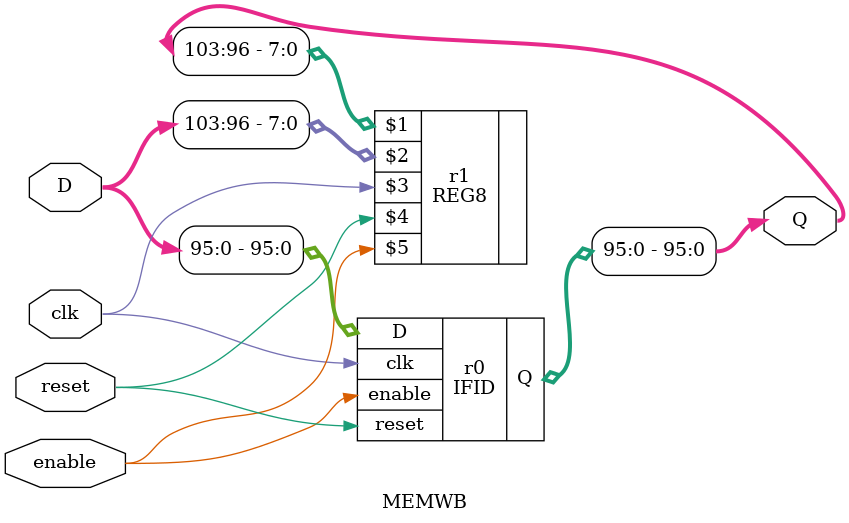
<source format=v>
module ProgramCounter (Q, D, clk, reset, enable);
input clk,reset,enable ;
input  [31:0] D;
output [31:0] Q;

  REG8 r0 (Q[7:0], D[7:0], clk, reset, enable);
  REG8 r1 (Q[15:8], D[15:8], clk, reset, enable);
  REG8 r2 (Q[23:16], D[23:16], clk, reset, enable);
  REG8 r3 (Q[31:24], D[31:24], clk, reset, enable);

endmodule 
//////////////////////////////////////////////////////
module IFID (Q, D, clk, reset, enable);
input clk, reset, enable;
input [95:0] D;
output [95:0] Q;

ProgramCounter r0(Q[31:0], D[31:0], clk, reset, enable);
ProgramCounter r1(Q[63:32], D[63:32], clk, reset, enable);
ProgramCounter r2(Q[95:64], D[95:64], clk, reset, enable);

endmodule
//////////////////////////////////////////////////////
module IDEX (Q, D, clk, reset, enable);
input clk, reset, enable;
input [153:0] D;
output [153:0] Q;

IFID r0(Q[95:0], D[95:0], clk, reset, enable);
ProgramCounter r1(Q[127:96], D[127:96], clk, reset, enable);
REG8 r2(Q[135:128], D[135:128], clk, reset, enable);
REG8 r3(Q[143:136], D[143:136], clk, reset, enable);
REG8 r4(Q[151:144], D[151:144], clk, reset, enable);
DFF r5(Q[152], D[152], clk, reset,enable);
DFF r6(Q[153], D[153], clk, reset,enable);


endmodule
//////////////////////////////////////////////////////

module EXMEM (Q, D, clk, reset, enable);
input clk, reset, enable;
input [105:0] D;
output [105:0] Q;

IFID r0(Q[95:0], D[95:0], clk, reset, enable);
REG8 r1(Q[103:96], D[103:96], clk, reset, enable);
DFF r2(Q[104], D[104], clk, reset,enable);
DFF r3(Q[105], D[105], clk, reset,enable);

endmodule
//////////////////////////////////////////////////////
module MEMWB (Q, D, clk, reset, enable);
input clk, reset, enable;
input [103:0] D;
output [103:0] Q;

IFID r0(Q[95:0], D[95:0], clk, reset, enable);
REG8 r1(Q[103:96], D[103:96], clk, reset, enable);

endmodule





</source>
